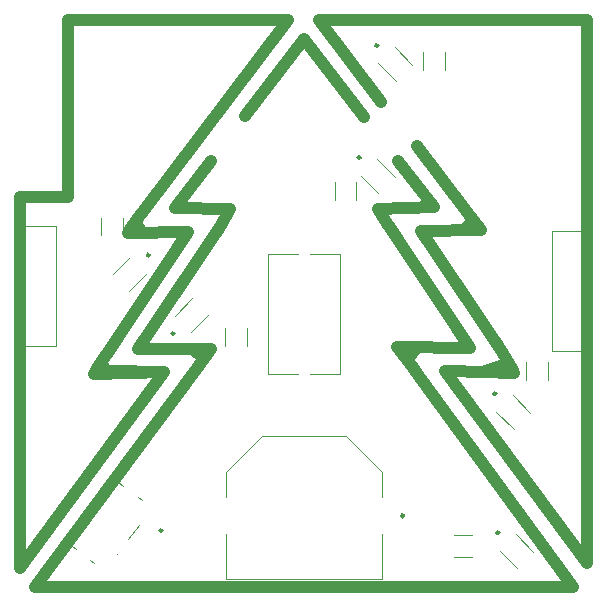
<source format=gto>
%TF.GenerationSoftware,Altium Limited,Altium Designer,23.1.1 (15)*%
G04 Layer_Color=65535*
%FSLAX42Y42*%
%MOMM*%
%TF.SameCoordinates,B28E977E-5D45-45F3-9009-D632A0DEB075*%
%TF.FilePolarity,Positive*%
%TF.FileFunction,Legend,Top*%
%TF.Part,Single*%
G01*
G75*
%TA.AperFunction,NonConductor*%
%ADD25C,0.25*%
%ADD26C,0.00*%
%ADD27C,1.00*%
D25*
X3246Y600D02*
G03*
X3246Y600I-12J0D01*
G01*
X1203Y475D02*
G03*
X1203Y475I-12J0D01*
G01*
X3029Y4583D02*
G03*
X3029Y4583I-12J0D01*
G01*
X2881Y3632D02*
G03*
X2881Y3632I-12J0D01*
G01*
X1305Y2143D02*
G03*
X1305Y2143I-12J0D01*
G01*
X4055Y457D02*
G03*
X4055Y457I-12J0D01*
G01*
X1095Y2807D02*
G03*
X1095Y2807I-12J0D01*
G01*
X4029Y1633D02*
G03*
X4029Y1633I-12J0D01*
G01*
D26*
X1740Y974D02*
X2043Y1273D01*
X2757D02*
X3060Y974D01*
Y757D02*
Y974D01*
X2043Y1273D02*
X2757D01*
X1740Y66D02*
X3060D01*
Y443D01*
X1740Y757D02*
Y974D01*
Y66D02*
Y443D01*
X912Y400D02*
X1005Y524D01*
X822Y280D02*
X825Y284D01*
X385Y381D02*
X469Y317D01*
X593Y224D02*
X623Y201D01*
X385Y381D02*
X788Y916D01*
X872Y852D01*
X996Y759D02*
X1027Y736D01*
X3595Y4375D02*
Y4525D01*
X3410Y4375D02*
Y4525D01*
X4280Y1750D02*
Y1900D01*
X4465Y1750D02*
Y1900D01*
X3020Y3617D02*
X3169Y3469D01*
X1445Y2157D02*
X1593Y2305D01*
X1307Y2295D02*
X1455Y2443D01*
X4057Y305D02*
X4205Y157D01*
X4195Y443D02*
X4343Y295D01*
X2448Y1796D02*
X2702D01*
Y2812D01*
X2448D02*
X2702D01*
X2098Y1796D02*
X2352D01*
X2098D02*
Y2812D01*
X2352D01*
X2845Y3275D02*
Y3425D01*
X2660Y3275D02*
Y3425D01*
X1919Y2041D02*
Y2191D01*
X1734Y2041D02*
Y2191D01*
X3675Y255D02*
X3825D01*
X3675Y440D02*
X3825D01*
X782Y2645D02*
X930Y2793D01*
X920Y2507D02*
X1068Y2655D01*
X4031Y1481D02*
X4180Y1333D01*
X4169Y1619D02*
X4317Y1470D01*
X48Y3054D02*
X302D01*
Y2038D02*
Y3054D01*
X48Y2038D02*
X302D01*
X4498Y3012D02*
X4752D01*
X4498Y1996D02*
Y3012D01*
Y1996D02*
X4752D01*
X680Y2975D02*
Y3125D01*
X865Y2975D02*
Y3125D01*
X400Y3300D02*
Y4800D01*
X0Y3300D02*
X400D01*
X3031Y4431D02*
X3180Y4283D01*
X3169Y4569D02*
X3317Y4420D01*
X2883Y3480D02*
X3031Y3331D01*
D27*
X700Y1870D02*
X730Y1820D01*
X762Y1827D01*
X1216Y1813D01*
X620Y1800D02*
X1216Y1813D01*
X620Y1800D02*
X640Y1830D01*
X722Y1957D01*
X990Y3060D02*
X1030Y3000D01*
X910Y2990D02*
X1419Y3003D01*
X910Y2990D02*
X930Y3030D01*
X1023Y3158D01*
X3920Y1820D02*
X4085Y1876D01*
X3920Y1820D02*
X4180Y1810D01*
X4170Y1830D02*
X4180Y1810D01*
X4050Y2030D02*
X4170Y1830D01*
X3744Y3021D02*
X3778Y3046D01*
X3787Y3056D02*
X3842Y3097D01*
X3783Y3174D02*
X3900Y3020D01*
X3391Y3013D02*
X3900Y3020D01*
X2530Y4800D02*
X3056Y4105D01*
X3359Y3731D02*
X3783Y3174D01*
X3391Y3013D02*
X4050Y2030D01*
X3594Y1823D02*
X3950Y1820D01*
X3594Y1823D02*
X4800Y200D01*
Y4800D01*
X2530D02*
X4800D01*
X400D02*
X2270D01*
X400Y3300D02*
Y4800D01*
X0Y3300D02*
X400D01*
X0Y160D02*
Y3300D01*
Y160D02*
X1216Y1813D01*
X730Y1969D02*
X1419Y3003D01*
X1027Y3164D02*
X2270Y4800D01*
X1478Y1991D02*
X1540Y1940D01*
X3300Y1952D02*
X3349Y2012D01*
X125Y0D02*
X4675D01*
X3190Y2030D02*
X3810Y2023D01*
X3190Y2030D02*
X3220Y1990D01*
X3340Y1830D01*
X1570Y2010D02*
X1590D01*
X1610D01*
X1475Y1825D02*
X1610Y2010D01*
X1000Y2013D02*
X1590Y2010D01*
X1690Y3047D02*
X1775Y3200D01*
X1308Y3203D02*
X1775Y3200D01*
X3025D02*
X3116Y3064D01*
X3025Y3200D02*
X3502Y3213D01*
X125Y0D02*
X1475Y1825D01*
X1000Y2013D02*
X1690Y3047D01*
X3120Y3057D02*
X3810Y2023D01*
X3325Y1850D02*
X4675Y0D01*
X3200Y3600D02*
X3502Y3213D01*
X1308Y3203D02*
X1612Y3603D01*
X1904Y3987D02*
X2400Y4636D01*
X2911Y3976D01*
%TF.MD5,5ed9661472e85634c647d751ef00eff5*%
M02*

</source>
